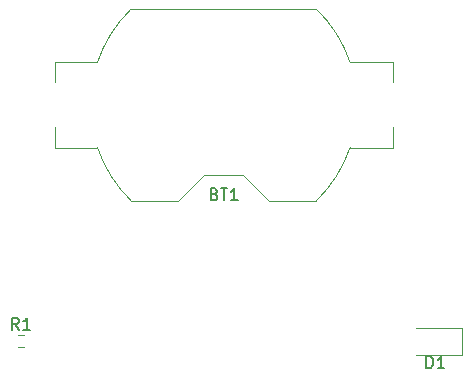
<source format=gbr>
%TF.GenerationSoftware,KiCad,Pcbnew,9.0.7*%
%TF.CreationDate,2026-02-03T13:50:29+02:00*%
%TF.ProjectId,TempMe_pcb,54656d70-4d65-45f7-9063-622e6b696361,0*%
%TF.SameCoordinates,Original*%
%TF.FileFunction,Legend,Top*%
%TF.FilePolarity,Positive*%
%FSLAX46Y46*%
G04 Gerber Fmt 4.6, Leading zero omitted, Abs format (unit mm)*
G04 Created by KiCad (PCBNEW 9.0.7) date 2026-02-03 13:50:29*
%MOMM*%
%LPD*%
G01*
G04 APERTURE LIST*
%ADD10C,0.150000*%
%ADD11C,0.120000*%
G04 APERTURE END LIST*
D10*
X140214285Y-106551009D02*
X140357142Y-106598628D01*
X140357142Y-106598628D02*
X140404761Y-106646247D01*
X140404761Y-106646247D02*
X140452380Y-106741485D01*
X140452380Y-106741485D02*
X140452380Y-106884342D01*
X140452380Y-106884342D02*
X140404761Y-106979580D01*
X140404761Y-106979580D02*
X140357142Y-107027200D01*
X140357142Y-107027200D02*
X140261904Y-107074819D01*
X140261904Y-107074819D02*
X139880952Y-107074819D01*
X139880952Y-107074819D02*
X139880952Y-106074819D01*
X139880952Y-106074819D02*
X140214285Y-106074819D01*
X140214285Y-106074819D02*
X140309523Y-106122438D01*
X140309523Y-106122438D02*
X140357142Y-106170057D01*
X140357142Y-106170057D02*
X140404761Y-106265295D01*
X140404761Y-106265295D02*
X140404761Y-106360533D01*
X140404761Y-106360533D02*
X140357142Y-106455771D01*
X140357142Y-106455771D02*
X140309523Y-106503390D01*
X140309523Y-106503390D02*
X140214285Y-106551009D01*
X140214285Y-106551009D02*
X139880952Y-106551009D01*
X140738095Y-106074819D02*
X141309523Y-106074819D01*
X141023809Y-107074819D02*
X141023809Y-106074819D01*
X142166666Y-107074819D02*
X141595238Y-107074819D01*
X141880952Y-107074819D02*
X141880952Y-106074819D01*
X141880952Y-106074819D02*
X141785714Y-106217676D01*
X141785714Y-106217676D02*
X141690476Y-106312914D01*
X141690476Y-106312914D02*
X141595238Y-106360533D01*
X123658333Y-118024819D02*
X123325000Y-117548628D01*
X123086905Y-118024819D02*
X123086905Y-117024819D01*
X123086905Y-117024819D02*
X123467857Y-117024819D01*
X123467857Y-117024819D02*
X123563095Y-117072438D01*
X123563095Y-117072438D02*
X123610714Y-117120057D01*
X123610714Y-117120057D02*
X123658333Y-117215295D01*
X123658333Y-117215295D02*
X123658333Y-117358152D01*
X123658333Y-117358152D02*
X123610714Y-117453390D01*
X123610714Y-117453390D02*
X123563095Y-117501009D01*
X123563095Y-117501009D02*
X123467857Y-117548628D01*
X123467857Y-117548628D02*
X123086905Y-117548628D01*
X124610714Y-118024819D02*
X124039286Y-118024819D01*
X124325000Y-118024819D02*
X124325000Y-117024819D01*
X124325000Y-117024819D02*
X124229762Y-117167676D01*
X124229762Y-117167676D02*
X124134524Y-117262914D01*
X124134524Y-117262914D02*
X124039286Y-117310533D01*
X158161905Y-121284819D02*
X158161905Y-120284819D01*
X158161905Y-120284819D02*
X158400000Y-120284819D01*
X158400000Y-120284819D02*
X158542857Y-120332438D01*
X158542857Y-120332438D02*
X158638095Y-120427676D01*
X158638095Y-120427676D02*
X158685714Y-120522914D01*
X158685714Y-120522914D02*
X158733333Y-120713390D01*
X158733333Y-120713390D02*
X158733333Y-120856247D01*
X158733333Y-120856247D02*
X158685714Y-121046723D01*
X158685714Y-121046723D02*
X158638095Y-121141961D01*
X158638095Y-121141961D02*
X158542857Y-121237200D01*
X158542857Y-121237200D02*
X158400000Y-121284819D01*
X158400000Y-121284819D02*
X158161905Y-121284819D01*
X159685714Y-121284819D02*
X159114286Y-121284819D01*
X159400000Y-121284819D02*
X159400000Y-120284819D01*
X159400000Y-120284819D02*
X159304762Y-120427676D01*
X159304762Y-120427676D02*
X159209524Y-120522914D01*
X159209524Y-120522914D02*
X159114286Y-120570533D01*
D11*
%TO.C,BT1*%
X151692000Y-102610000D02*
G75*
G02*
X148845371Y-107111789I-10692020J3610012D01*
G01*
X148845371Y-90888211D02*
G75*
G02*
X151692000Y-95390000I-7845371J-8111789D01*
G01*
X133154629Y-107111789D02*
G75*
G02*
X130308000Y-102610000I7845366J8111785D01*
G01*
X130308000Y-95390000D02*
G75*
G02*
X133154628Y-90888210I10692020J-3610010D01*
G01*
X155310000Y-102610000D02*
X151692000Y-102610000D01*
X155310000Y-100900000D02*
X155310000Y-102610000D01*
X155310000Y-97100000D02*
X155310000Y-95390000D01*
X151692000Y-95390000D02*
X155310000Y-95390000D01*
X148847300Y-107110000D02*
X144860000Y-107110000D01*
X142660000Y-104910000D02*
X144860000Y-107110000D01*
X142660000Y-104910000D02*
X139340000Y-104910000D01*
X139340000Y-104910000D02*
X137140000Y-107110000D01*
X137140000Y-107110000D02*
X133152700Y-107110000D01*
X133152700Y-90890000D02*
X148847300Y-90890000D01*
X130308000Y-102610000D02*
X126690000Y-102610000D01*
X126690000Y-100900000D02*
X126690000Y-102610000D01*
X126690000Y-97100000D02*
X126690000Y-95390000D01*
X126690000Y-95390000D02*
X130308000Y-95390000D01*
%TO.C,R1*%
X123587742Y-118477500D02*
X124062258Y-118477500D01*
X123587742Y-119522500D02*
X124062258Y-119522500D01*
%TO.C,D1*%
X157300000Y-120135000D02*
X161185000Y-120135000D01*
X161185000Y-117865000D02*
X157300000Y-117865000D01*
X161185000Y-120135000D02*
X161185000Y-117865000D01*
%TD*%
M02*

</source>
